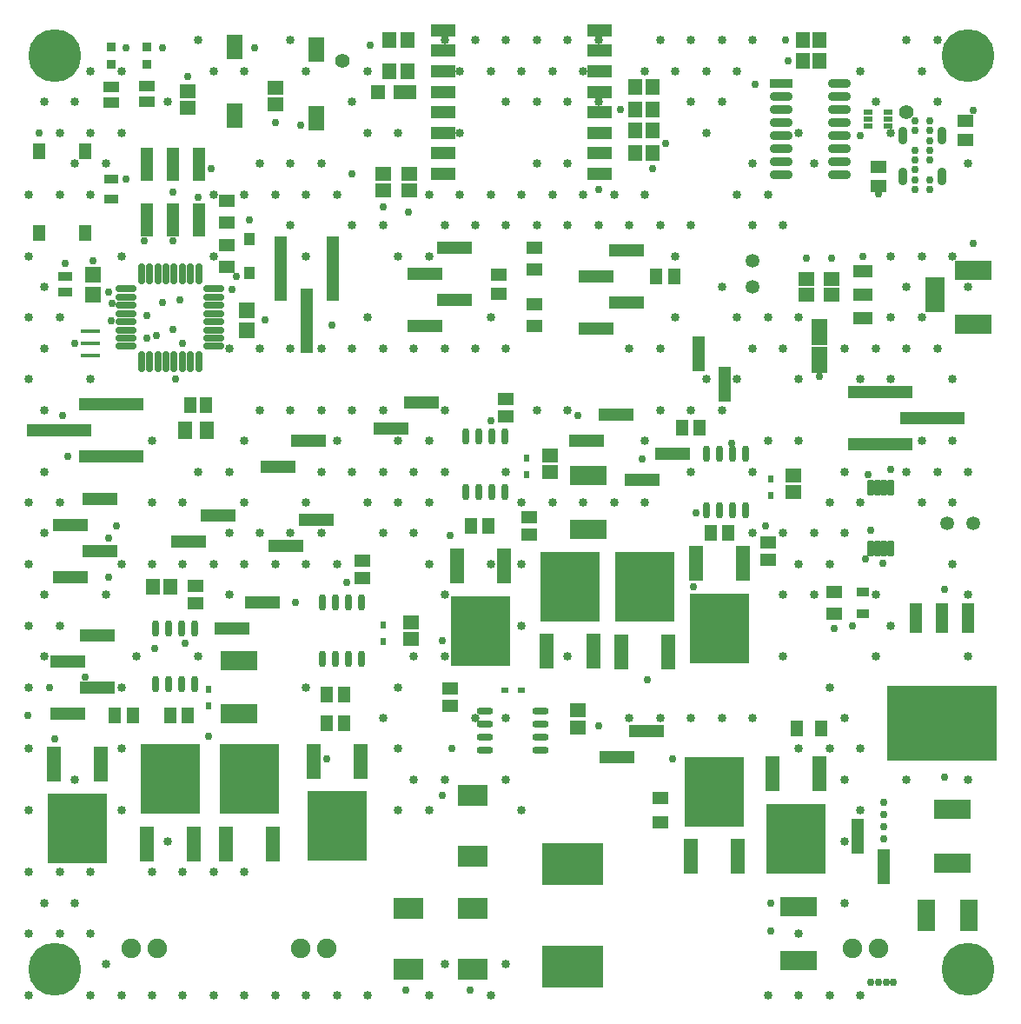
<source format=gts>
G04*
G04 #@! TF.GenerationSoftware,Altium Limited,Altium Designer,21.6.4 (81)*
G04*
G04 Layer_Color=8388736*
%FSLAX25Y25*%
%MOIN*%
G70*
G04*
G04 #@! TF.SameCoordinates,85F88870-6580-45CF-999F-45165BC928DD*
G04*
G04*
G04 #@! TF.FilePolarity,Negative*
G04*
G01*
G75*
%ADD22R,0.05938X0.04750*%
%ADD25R,0.05000X0.13504*%
%ADD38R,0.13500X0.05000*%
%ADD42R,0.13504X0.05000*%
%ADD43R,0.06324X0.04939*%
%ADD52R,0.05000X0.25000*%
%ADD54R,0.05315X0.03740*%
%ADD55R,0.05118X0.06102*%
%ADD56R,0.25000X0.05000*%
%ADD61R,0.07480X0.01575*%
%ADD64R,0.04939X0.06324*%
%ADD65R,0.04724X0.03543*%
%ADD68R,0.11811X0.07874*%
%ADD72R,0.05709X0.03740*%
%ADD76R,0.04331X0.04921*%
%ADD77O,0.08268X0.02953*%
%ADD78R,0.06890X0.12008*%
%ADD79R,0.06299X0.05709*%
%ADD80R,0.03740X0.03740*%
%ADD81R,0.05315X0.13583*%
%ADD82R,0.22638X0.26575*%
%ADD83R,0.05118X0.06102*%
%ADD84R,0.05512X0.05394*%
%ADD85R,0.08661X0.05394*%
%ADD86R,0.09449X0.04528*%
%ADD87R,0.14370X0.07598*%
%ADD88R,0.02165X0.02756*%
%ADD89R,0.05906X0.09843*%
%ADD90O,0.02953X0.06299*%
%ADD91R,0.06102X0.05118*%
%ADD92R,0.06299X0.05512*%
%ADD93R,0.04724X0.06299*%
%ADD94R,0.06299X0.04724*%
%ADD95R,0.05709X0.06299*%
%ADD96O,0.08858X0.03583*%
%ADD97R,0.08858X0.03583*%
%ADD98R,0.04724X0.11811*%
%ADD99R,0.41929X0.28937*%
%ADD100R,0.06496X0.06102*%
%ADD101O,0.02953X0.08268*%
%ADD102R,0.07677X0.04528*%
%ADD103R,0.06496X0.09646*%
%ADD104R,0.05315X0.05906*%
%ADD105R,0.04528X0.12795*%
%ADD106O,0.06299X0.02953*%
G04:AMPARAMS|DCode=107|XSize=23.62mil|YSize=61.02mil|CornerRadius=4.9mil|HoleSize=0mil|Usage=FLASHONLY|Rotation=180.000|XOffset=0mil|YOffset=0mil|HoleType=Round|Shape=RoundedRectangle|*
%AMROUNDEDRECTD107*
21,1,0.02362,0.05122,0,0,180.0*
21,1,0.01382,0.06102,0,0,180.0*
1,1,0.00980,-0.00691,0.02561*
1,1,0.00980,0.00691,0.02561*
1,1,0.00980,0.00691,-0.02561*
1,1,0.00980,-0.00691,-0.02561*
%
%ADD107ROUNDEDRECTD107*%
%ADD108R,0.23819X0.16339*%
%ADD109R,0.02756X0.02165*%
%ADD110R,0.05512X0.06299*%
%ADD111R,0.03740X0.02165*%
%ADD112R,0.05906X0.04331*%
%ADD113R,0.04528X0.05906*%
%ADD114R,0.05512X0.06693*%
%ADD115R,0.07677X0.13583*%
%ADD116C,0.07480*%
%ADD117C,0.02953*%
%ADD118O,0.03347X0.06890*%
%ADD119C,0.05315*%
%ADD120C,0.20276*%
%ADD121C,0.03347*%
%ADD122C,0.05591*%
D22*
X87598Y308071D02*
D03*
Y316345D02*
D03*
Y291138D02*
D03*
Y299413D02*
D03*
X320866Y166539D02*
D03*
Y158264D02*
D03*
X205709Y298429D02*
D03*
Y268501D02*
D03*
Y276775D02*
D03*
Y290154D02*
D03*
D25*
X339646Y61181D02*
D03*
X329646Y72677D02*
D03*
X278622Y246220D02*
D03*
X268622Y257716D02*
D03*
D38*
X240986Y297480D02*
D03*
X229486Y287480D02*
D03*
X240986Y277480D02*
D03*
X229486Y267480D02*
D03*
X27715Y172008D02*
D03*
X26575Y119764D02*
D03*
X163697Y268543D02*
D03*
X175197Y278543D02*
D03*
X163697Y288543D02*
D03*
X175197Y298543D02*
D03*
X38075Y129764D02*
D03*
X26575Y139764D02*
D03*
X38075Y149764D02*
D03*
X39215Y182008D02*
D03*
X27715Y192008D02*
D03*
X39215Y202008D02*
D03*
D42*
X248858Y113268D02*
D03*
X237362Y103268D02*
D03*
X258701Y219567D02*
D03*
X247205Y209567D02*
D03*
X237047Y234331D02*
D03*
X225551Y224331D02*
D03*
X150748Y229252D02*
D03*
X162244Y239252D02*
D03*
X107441Y214488D02*
D03*
X118937Y224488D02*
D03*
X101221Y162480D02*
D03*
X84488Y195945D02*
D03*
X72992Y185945D02*
D03*
X110394Y183976D02*
D03*
X121890Y193976D02*
D03*
X89724Y152480D02*
D03*
D43*
X253937Y87307D02*
D03*
Y78048D02*
D03*
D52*
X108268Y290354D02*
D03*
X128268D02*
D03*
X118268Y270354D02*
D03*
D54*
X25591Y281496D02*
D03*
Y287402D02*
D03*
D55*
X15748Y304232D02*
D03*
Y335531D02*
D03*
X33465Y304232D02*
D03*
Y335531D02*
D03*
D56*
X43465Y218347D02*
D03*
X338425Y223268D02*
D03*
Y243268D02*
D03*
X358425Y233268D02*
D03*
X23465Y228346D02*
D03*
X43465Y238347D02*
D03*
D61*
X35433Y261811D02*
D03*
Y266535D02*
D03*
Y257087D02*
D03*
D64*
X306394Y114173D02*
D03*
X315653D02*
D03*
D65*
X331693Y158268D02*
D03*
Y166535D02*
D03*
D68*
X182087Y21654D02*
D03*
Y45276D02*
D03*
X157480Y21654D02*
D03*
Y45276D02*
D03*
X182087Y88583D02*
D03*
Y64961D02*
D03*
D72*
X43307Y317028D02*
D03*
Y324705D02*
D03*
D76*
X96457Y288779D02*
D03*
Y301772D02*
D03*
D77*
X82677Y279528D02*
D03*
X49213Y282677D02*
D03*
Y279528D02*
D03*
Y276378D02*
D03*
Y273228D02*
D03*
Y270079D02*
D03*
Y266929D02*
D03*
Y263779D02*
D03*
Y260630D02*
D03*
X82677D02*
D03*
Y263779D02*
D03*
Y266929D02*
D03*
Y270079D02*
D03*
Y273228D02*
D03*
Y276378D02*
D03*
Y282677D02*
D03*
D78*
X372441Y42323D02*
D03*
X355906D02*
D03*
D79*
X319882Y280315D02*
D03*
Y286614D02*
D03*
X310039Y280315D02*
D03*
Y286614D02*
D03*
X147638Y320472D02*
D03*
X157874D02*
D03*
X106299Y353346D02*
D03*
X72835Y358465D02*
D03*
Y352165D02*
D03*
X106299Y359646D02*
D03*
X157874Y326772D02*
D03*
X147638D02*
D03*
D80*
X43307Y375295D02*
D03*
Y368799D02*
D03*
X57087Y375295D02*
D03*
Y368799D02*
D03*
D81*
X39528Y100591D02*
D03*
X21496D02*
D03*
X257047Y143504D02*
D03*
X239016D02*
D03*
X228504Y143701D02*
D03*
X210472D02*
D03*
X176024Y176378D02*
D03*
X194055D02*
D03*
X283622Y64961D02*
D03*
X265591D02*
D03*
X297087Y96653D02*
D03*
X315118D02*
D03*
X267559Y177362D02*
D03*
X120905Y101575D02*
D03*
X285591Y177362D02*
D03*
X138937Y101575D02*
D03*
X74961Y69882D02*
D03*
X56929D02*
D03*
X105472D02*
D03*
X87441D02*
D03*
D82*
X30512Y75787D02*
D03*
X248031Y168307D02*
D03*
X219488Y168504D02*
D03*
X185039Y151575D02*
D03*
X274606Y89764D02*
D03*
X306102Y71850D02*
D03*
X276575Y152559D02*
D03*
X129921Y76772D02*
D03*
X65945Y94685D02*
D03*
X96457D02*
D03*
D83*
X44882Y119095D02*
D03*
X51575D02*
D03*
X125984Y126969D02*
D03*
X132677D02*
D03*
Y116142D02*
D03*
X125984D02*
D03*
X181299Y191929D02*
D03*
X187992D02*
D03*
X279921Y188976D02*
D03*
X273228D02*
D03*
X72835Y119095D02*
D03*
X66142D02*
D03*
X262402Y229331D02*
D03*
X269094D02*
D03*
D84*
X145866Y358268D02*
D03*
D85*
X155905D02*
D03*
D86*
X170768Y326772D02*
D03*
X170768Y334646D02*
D03*
Y342520D02*
D03*
Y350394D02*
D03*
Y358268D02*
D03*
Y366142D02*
D03*
Y374016D02*
D03*
Y381890D02*
D03*
X230807D02*
D03*
Y374016D02*
D03*
Y366142D02*
D03*
Y358268D02*
D03*
Y350394D02*
D03*
Y342520D02*
D03*
Y334646D02*
D03*
Y326772D02*
D03*
D87*
X92520Y140217D02*
D03*
Y119626D02*
D03*
X226378Y211083D02*
D03*
Y190492D02*
D03*
X307087Y25138D02*
D03*
Y45728D02*
D03*
X366142Y62539D02*
D03*
Y83130D02*
D03*
X374016Y289823D02*
D03*
Y269232D02*
D03*
D88*
X80709Y129134D02*
D03*
Y122835D02*
D03*
X147638Y147441D02*
D03*
Y153740D02*
D03*
X296260Y203543D02*
D03*
Y209842D02*
D03*
X202756Y211417D02*
D03*
Y217717D02*
D03*
D89*
X314961Y266043D02*
D03*
Y255610D02*
D03*
D90*
X139390Y162303D02*
D03*
X134390D02*
D03*
X129390D02*
D03*
X124390D02*
D03*
X139390Y140847D02*
D03*
X134390D02*
D03*
X129390D02*
D03*
X124390D02*
D03*
X286575Y219291D02*
D03*
X281575D02*
D03*
X276575D02*
D03*
X271575D02*
D03*
X286575Y197835D02*
D03*
X281575D02*
D03*
X276575D02*
D03*
X271575D02*
D03*
X179508Y226279D02*
D03*
X60413Y152461D02*
D03*
X194508Y226279D02*
D03*
X189508D02*
D03*
X184508D02*
D03*
X194508Y204823D02*
D03*
X189508D02*
D03*
X184508D02*
D03*
X179508D02*
D03*
X75413Y152461D02*
D03*
X70413D02*
D03*
X65413D02*
D03*
X75413Y131004D02*
D03*
X70413D02*
D03*
X65413D02*
D03*
X60413D02*
D03*
D91*
X139764Y178543D02*
D03*
Y171850D02*
D03*
X295276Y185433D02*
D03*
Y178740D02*
D03*
X173228Y129331D02*
D03*
Y122638D02*
D03*
X194882Y240551D02*
D03*
Y233858D02*
D03*
X203740Y195276D02*
D03*
Y188583D02*
D03*
X75787Y168701D02*
D03*
Y162008D02*
D03*
D92*
X158465Y154823D02*
D03*
Y148327D02*
D03*
X305118Y211221D02*
D03*
Y204724D02*
D03*
X211614Y218799D02*
D03*
Y212303D02*
D03*
X222441Y114567D02*
D03*
Y121063D02*
D03*
D93*
X259547Y287402D02*
D03*
X252264D02*
D03*
D94*
X191929Y280807D02*
D03*
Y288090D02*
D03*
X337598Y329429D02*
D03*
Y322146D02*
D03*
X371063Y339862D02*
D03*
Y347146D02*
D03*
D95*
X308858Y377953D02*
D03*
X315158D02*
D03*
X308858Y370079D02*
D03*
X315158D02*
D03*
D96*
X322835Y326535D02*
D03*
Y331535D02*
D03*
Y336535D02*
D03*
Y341535D02*
D03*
Y346535D02*
D03*
Y351535D02*
D03*
Y356535D02*
D03*
Y361535D02*
D03*
X300394Y326535D02*
D03*
Y331535D02*
D03*
Y336535D02*
D03*
Y341535D02*
D03*
Y346535D02*
D03*
Y351535D02*
D03*
Y356535D02*
D03*
D97*
Y361535D02*
D03*
D98*
X372205Y156299D02*
D03*
X362205D02*
D03*
X352205D02*
D03*
D99*
X362205Y116142D02*
D03*
D100*
X95472Y274409D02*
D03*
Y266929D02*
D03*
X36417Y287992D02*
D03*
Y280512D02*
D03*
D101*
X54921Y254921D02*
D03*
X58071D02*
D03*
X61221D02*
D03*
X64370D02*
D03*
X67520D02*
D03*
X70669D02*
D03*
X73819D02*
D03*
X76968D02*
D03*
Y288386D02*
D03*
X73819D02*
D03*
X70669D02*
D03*
X67520D02*
D03*
X64370D02*
D03*
X61221D02*
D03*
X58071D02*
D03*
X54921D02*
D03*
D102*
X331693Y289567D02*
D03*
Y271457D02*
D03*
Y280512D02*
D03*
D103*
X122047Y348031D02*
D03*
X90551Y375394D02*
D03*
Y349016D02*
D03*
X122047Y374410D02*
D03*
D104*
X251181Y334646D02*
D03*
X150197Y366142D02*
D03*
X156890D02*
D03*
X150197Y377953D02*
D03*
X156890D02*
D03*
X251181Y351575D02*
D03*
X244488D02*
D03*
X251181Y360236D02*
D03*
X244488D02*
D03*
X251181Y343307D02*
D03*
X244488D02*
D03*
Y334646D02*
D03*
D105*
X66929Y330512D02*
D03*
X76929D02*
D03*
X56929Y309252D02*
D03*
Y330512D02*
D03*
X66929Y309252D02*
D03*
X76929D02*
D03*
D106*
X208170Y105689D02*
D03*
Y110689D02*
D03*
Y115689D02*
D03*
Y120689D02*
D03*
X186714Y105689D02*
D03*
Y110689D02*
D03*
Y115689D02*
D03*
Y120689D02*
D03*
D107*
X342421Y206496D02*
D03*
X339862D02*
D03*
X337303D02*
D03*
X334744D02*
D03*
X342421Y183268D02*
D03*
X339862D02*
D03*
X337303D02*
D03*
X334744D02*
D03*
D108*
X220472Y22638D02*
D03*
Y62008D02*
D03*
D109*
X200592Y128937D02*
D03*
X194292D02*
D03*
D110*
X59449Y168307D02*
D03*
X65945D02*
D03*
D111*
X341496Y345276D02*
D03*
Y347835D02*
D03*
Y350394D02*
D03*
X333858Y345276D02*
D03*
Y347835D02*
D03*
Y350394D02*
D03*
D112*
X43307Y360236D02*
D03*
Y354134D02*
D03*
X57087Y360433D02*
D03*
Y354331D02*
D03*
D113*
X73819Y238189D02*
D03*
X79724D02*
D03*
D114*
X71850Y228346D02*
D03*
X79921D02*
D03*
D115*
X359252Y280512D02*
D03*
D116*
X327756Y29724D02*
D03*
X337598D02*
D03*
X61024D02*
D03*
X51181D02*
D03*
X125984D02*
D03*
X116142D02*
D03*
D117*
X357362Y320866D02*
D03*
Y324606D02*
D03*
Y332087D02*
D03*
Y335827D02*
D03*
Y339567D02*
D03*
Y343307D02*
D03*
Y347047D02*
D03*
X351850Y320866D02*
D03*
Y324606D02*
D03*
Y328346D02*
D03*
Y332087D02*
D03*
Y335827D02*
D03*
Y343307D02*
D03*
Y347047D02*
D03*
X89567Y282480D02*
D03*
X91535Y287402D02*
D03*
X96457Y309055D02*
D03*
X339567Y85630D02*
D03*
Y81037D02*
D03*
Y76444D02*
D03*
Y71850D02*
D03*
X334646Y16732D02*
D03*
X337598D02*
D03*
X340551D02*
D03*
X343504D02*
D03*
X374016Y351093D02*
D03*
X337598Y319110D02*
D03*
X310039Y294291D02*
D03*
X331693Y295276D02*
D03*
X319882Y294291D02*
D03*
X42323Y172244D02*
D03*
X45276Y191929D02*
D03*
X42323Y187008D02*
D03*
X11524Y119095D02*
D03*
X302165Y377953D02*
D03*
X303150Y370079D02*
D03*
X290354Y361221D02*
D03*
X142717Y375984D02*
D03*
X135827Y326772D02*
D03*
X255906Y338583D02*
D03*
X188976Y232283D02*
D03*
X43727Y276994D02*
D03*
X43293Y270578D02*
D03*
X29528Y261811D02*
D03*
X102362Y270669D02*
D03*
X127953Y268701D02*
D03*
X81693Y328740D02*
D03*
X72835Y364173D02*
D03*
X62992Y375000D02*
D03*
X49213D02*
D03*
X98425D02*
D03*
X116142Y345472D02*
D03*
X106299Y346457D02*
D03*
X157480Y312008D02*
D03*
X147638Y313976D02*
D03*
X230315Y320866D02*
D03*
X250984Y328740D02*
D03*
X173228Y187992D02*
D03*
X266732Y168307D02*
D03*
X281496Y223425D02*
D03*
X314961Y249016D02*
D03*
X342520Y213583D02*
D03*
X339403Y177330D02*
D03*
X332677Y179134D02*
D03*
X363189Y167323D02*
D03*
Y95472D02*
D03*
X327756Y153543D02*
D03*
X320866Y152559D02*
D03*
X296260Y36417D02*
D03*
X156496Y13780D02*
D03*
X181102D02*
D03*
X170276Y88583D02*
D03*
X133858Y170276D02*
D03*
X71850Y146653D02*
D03*
X125984Y102362D02*
D03*
X21654Y110236D02*
D03*
X26575Y218504D02*
D03*
X36417Y293307D02*
D03*
X25591Y292323D02*
D03*
X15748Y342520D02*
D03*
X247047Y217520D02*
D03*
X67913Y248031D02*
D03*
X170276Y147638D02*
D03*
X249016Y132874D02*
D03*
X267717Y196850D02*
D03*
X294291Y191929D02*
D03*
X222441Y234252D02*
D03*
X333661Y211614D02*
D03*
X334646Y189961D02*
D03*
X80709Y111221D02*
D03*
X60039Y144685D02*
D03*
X114173Y162402D02*
D03*
X258858Y102362D02*
D03*
X230315Y115157D02*
D03*
X174213Y106299D02*
D03*
X296260Y47244D02*
D03*
X66929Y319882D02*
D03*
X70866Y261811D02*
D03*
X57087Y263779D02*
D03*
X33465Y133858D02*
D03*
X57021Y272572D02*
D03*
X66929Y267157D02*
D03*
X60811Y264764D02*
D03*
X19685Y129921D02*
D03*
X69882Y278543D02*
D03*
X62992Y277559D02*
D03*
X24606Y234252D02*
D03*
X42323Y281496D02*
D03*
X56102Y301181D02*
D03*
X66929D02*
D03*
X76772Y317913D02*
D03*
X49213Y324803D02*
D03*
X374016Y300197D02*
D03*
X238779Y351378D02*
D03*
X330709Y341535D02*
D03*
D118*
X362205Y325787D02*
D03*
Y341535D02*
D03*
X347008D02*
D03*
Y325787D02*
D03*
D119*
X289370Y293307D02*
D03*
Y283465D02*
D03*
X374016Y192913D02*
D03*
X364173D02*
D03*
D120*
X21654Y372047D02*
D03*
Y21654D02*
D03*
X372047D02*
D03*
Y372047D02*
D03*
D121*
X82677Y295275D02*
D03*
X206693Y307086D02*
D03*
X230315D02*
D03*
X147638D02*
D03*
X194882D02*
D03*
X171260D02*
D03*
X112205D02*
D03*
X135827D02*
D03*
X183071D02*
D03*
X218504D02*
D03*
X118110Y295275D02*
D03*
X153543D02*
D03*
X165354D02*
D03*
X372047Y330709D02*
D03*
X366142Y295275D02*
D03*
X372047Y283465D02*
D03*
X366142Y248031D02*
D03*
Y224409D02*
D03*
X372047Y212598D02*
D03*
X366142Y200787D02*
D03*
Y177165D02*
D03*
X372047Y165354D02*
D03*
Y141732D02*
D03*
Y94488D02*
D03*
X360236Y377953D02*
D03*
X354331Y366142D02*
D03*
X360236Y354331D02*
D03*
X354331Y295275D02*
D03*
Y271654D02*
D03*
X360236Y259842D02*
D03*
X354331Y224409D02*
D03*
X360236Y212598D02*
D03*
X354331Y200787D02*
D03*
X348425Y377953D02*
D03*
X342520Y342520D02*
D03*
Y295275D02*
D03*
X348425Y283465D02*
D03*
X342520Y271654D02*
D03*
X348425Y259842D02*
D03*
X342520Y248031D02*
D03*
X348425Y212598D02*
D03*
X342520Y153543D02*
D03*
X348425Y94488D02*
D03*
X330709Y366142D02*
D03*
X336614Y354331D02*
D03*
Y259842D02*
D03*
X330709Y248031D02*
D03*
Y200787D02*
D03*
X336614Y165354D02*
D03*
Y141732D02*
D03*
X330709Y106299D02*
D03*
Y82677D02*
D03*
Y11811D02*
D03*
X324803Y259842D02*
D03*
Y212598D02*
D03*
X318898Y200787D02*
D03*
X324803Y188976D02*
D03*
X318898Y177165D02*
D03*
Y129921D02*
D03*
X324803Y118110D02*
D03*
X318898Y106299D02*
D03*
X324803Y94488D02*
D03*
Y70866D02*
D03*
Y47244D02*
D03*
X318898Y11811D02*
D03*
X307086Y342520D02*
D03*
X312992Y330709D02*
D03*
X307086Y271654D02*
D03*
Y248031D02*
D03*
Y224409D02*
D03*
X312992Y188976D02*
D03*
X307086Y177165D02*
D03*
X312992Y165354D02*
D03*
X307086Y106299D02*
D03*
Y35433D02*
D03*
Y11811D02*
D03*
X295275Y318898D02*
D03*
X301181Y307086D02*
D03*
X295275Y271654D02*
D03*
X301181Y259842D02*
D03*
X295275Y224409D02*
D03*
X301181Y188976D02*
D03*
Y165354D02*
D03*
Y141732D02*
D03*
X295275Y11811D02*
D03*
X289370Y377953D02*
D03*
X283465Y366142D02*
D03*
X289370Y330709D02*
D03*
X283465Y318898D02*
D03*
X289370Y307086D02*
D03*
X283465Y271654D02*
D03*
X289370Y259842D02*
D03*
X283465Y248031D02*
D03*
X289370Y212598D02*
D03*
Y188976D02*
D03*
Y118110D02*
D03*
X277559Y377953D02*
D03*
X271654Y366142D02*
D03*
X277559Y354331D02*
D03*
X271654Y342520D02*
D03*
X277559Y283465D02*
D03*
X271654Y248031D02*
D03*
X277559Y236220D02*
D03*
Y118110D02*
D03*
X265748Y377953D02*
D03*
X259842Y366142D02*
D03*
X265748Y354331D02*
D03*
Y307086D02*
D03*
X259842Y295275D02*
D03*
Y271654D02*
D03*
X265748Y236220D02*
D03*
Y212598D02*
D03*
Y118110D02*
D03*
X253937Y377953D02*
D03*
X248031Y366142D02*
D03*
Y318898D02*
D03*
X253937Y307086D02*
D03*
Y259842D02*
D03*
Y236220D02*
D03*
X248031Y224409D02*
D03*
Y200787D02*
D03*
X253937Y118110D02*
D03*
X236220Y318898D02*
D03*
X242126Y307086D02*
D03*
Y259842D02*
D03*
X236220Y200787D02*
D03*
X242126Y118110D02*
D03*
X230315Y377953D02*
D03*
X224409Y366142D02*
D03*
X230315Y354331D02*
D03*
X224409Y318898D02*
D03*
Y200787D02*
D03*
X218504Y377953D02*
D03*
X212598Y366142D02*
D03*
X218504Y354331D02*
D03*
Y330709D02*
D03*
X212598Y318898D02*
D03*
X218504Y236220D02*
D03*
X212598Y200787D02*
D03*
X218504Y141732D02*
D03*
X206693Y377953D02*
D03*
X200787Y366142D02*
D03*
X206693Y354331D02*
D03*
Y330709D02*
D03*
X200787Y318898D02*
D03*
X206693Y236220D02*
D03*
X200787Y200787D02*
D03*
Y177165D02*
D03*
Y153543D02*
D03*
Y82677D02*
D03*
X194882Y377953D02*
D03*
X188976Y366142D02*
D03*
X194882Y354331D02*
D03*
X188976Y318898D02*
D03*
Y271654D02*
D03*
X194882Y259842D02*
D03*
Y212598D02*
D03*
X188976Y177165D02*
D03*
X194882Y118110D02*
D03*
Y94488D02*
D03*
Y23622D02*
D03*
X188976Y11811D02*
D03*
X183071Y377953D02*
D03*
X177165Y366142D02*
D03*
Y342520D02*
D03*
Y318898D02*
D03*
X183071Y259842D02*
D03*
Y118110D02*
D03*
X171260Y377953D02*
D03*
X165354Y318898D02*
D03*
X171260Y259842D02*
D03*
Y236220D02*
D03*
X165354Y224409D02*
D03*
X171260Y212598D02*
D03*
X165354Y200787D02*
D03*
Y177165D02*
D03*
X171260Y165354D02*
D03*
Y141732D02*
D03*
Y94488D02*
D03*
X165354Y82677D02*
D03*
X171260Y23622D02*
D03*
X165354Y11811D02*
D03*
X153543Y342520D02*
D03*
X159449Y259842D02*
D03*
X153543Y224409D02*
D03*
X159449Y212598D02*
D03*
X153543Y200787D02*
D03*
X159449Y188976D02*
D03*
Y141732D02*
D03*
X153543Y129921D02*
D03*
Y106299D02*
D03*
X159449Y94488D02*
D03*
X153543Y82677D02*
D03*
X141732Y366142D02*
D03*
Y342520D02*
D03*
Y271654D02*
D03*
X147638Y259842D02*
D03*
Y236220D02*
D03*
Y212598D02*
D03*
X141732Y200787D02*
D03*
X147638Y188976D02*
D03*
Y118110D02*
D03*
X141732Y11811D02*
D03*
X135827Y354331D02*
D03*
X129921Y318898D02*
D03*
X135827Y259842D02*
D03*
Y236220D02*
D03*
X129921Y224409D02*
D03*
X135827Y212598D02*
D03*
X129921Y177165D02*
D03*
Y11811D02*
D03*
X118110Y366142D02*
D03*
X124016Y330709D02*
D03*
X118110Y318898D02*
D03*
X124016Y259842D02*
D03*
Y236220D02*
D03*
Y212598D02*
D03*
X118110Y200787D02*
D03*
X124016Y188976D02*
D03*
X118110Y177165D02*
D03*
Y129921D02*
D03*
Y11811D02*
D03*
X112205Y377953D02*
D03*
Y330709D02*
D03*
X106299Y318898D02*
D03*
X112205Y259842D02*
D03*
Y236220D02*
D03*
Y188976D02*
D03*
X106299Y177165D02*
D03*
Y11811D02*
D03*
X94488Y366142D02*
D03*
X100394Y330709D02*
D03*
X94488Y318898D02*
D03*
X100394Y259842D02*
D03*
Y236220D02*
D03*
X94488Y224409D02*
D03*
Y200787D02*
D03*
X100394Y188976D02*
D03*
X94488Y177165D02*
D03*
Y59055D02*
D03*
Y11811D02*
D03*
X82677Y366142D02*
D03*
Y318898D02*
D03*
X88583Y259842D02*
D03*
Y212598D02*
D03*
Y188976D02*
D03*
X82677Y177165D02*
D03*
X88583Y165354D02*
D03*
X82677Y59055D02*
D03*
Y11811D02*
D03*
X76772Y377953D02*
D03*
Y212598D02*
D03*
X70866Y200787D02*
D03*
Y177165D02*
D03*
X76772Y141732D02*
D03*
X70866Y59055D02*
D03*
Y11811D02*
D03*
X64961Y354331D02*
D03*
X59055Y224409D02*
D03*
Y200787D02*
D03*
Y177165D02*
D03*
X64961Y70866D02*
D03*
X59055Y59055D02*
D03*
Y11811D02*
D03*
X47244Y366142D02*
D03*
Y342520D02*
D03*
Y295275D02*
D03*
Y177165D02*
D03*
X53150Y141732D02*
D03*
X47244Y129921D02*
D03*
Y106299D02*
D03*
Y82677D02*
D03*
Y11811D02*
D03*
X35433Y366142D02*
D03*
Y342520D02*
D03*
X41339Y330709D02*
D03*
X35433Y318898D02*
D03*
Y248031D02*
D03*
X41339Y165354D02*
D03*
X35433Y59055D02*
D03*
Y35433D02*
D03*
X41339Y23622D02*
D03*
X35433Y11811D02*
D03*
X29528Y354331D02*
D03*
X23622Y342520D02*
D03*
X29528Y330709D02*
D03*
X23622Y318898D02*
D03*
Y271654D02*
D03*
Y200787D02*
D03*
Y153543D02*
D03*
X29528Y94488D02*
D03*
X23622Y59055D02*
D03*
X29528Y47244D02*
D03*
X23622Y35433D02*
D03*
X17717Y354331D02*
D03*
X11811Y318898D02*
D03*
Y295275D02*
D03*
X17717Y283465D02*
D03*
X11811Y271654D02*
D03*
X17717Y259842D02*
D03*
X11811Y248031D02*
D03*
X17717Y236220D02*
D03*
Y212598D02*
D03*
X11811Y200787D02*
D03*
X17717Y188976D02*
D03*
X11811Y177165D02*
D03*
X17717Y165354D02*
D03*
X11811Y153543D02*
D03*
X17717Y141732D02*
D03*
X11811Y129921D02*
D03*
Y106299D02*
D03*
Y82677D02*
D03*
Y59055D02*
D03*
X17717Y47244D02*
D03*
X11811Y35433D02*
D03*
Y11811D02*
D03*
D122*
X348425Y350394D02*
D03*
X131890Y370079D02*
D03*
M02*

</source>
